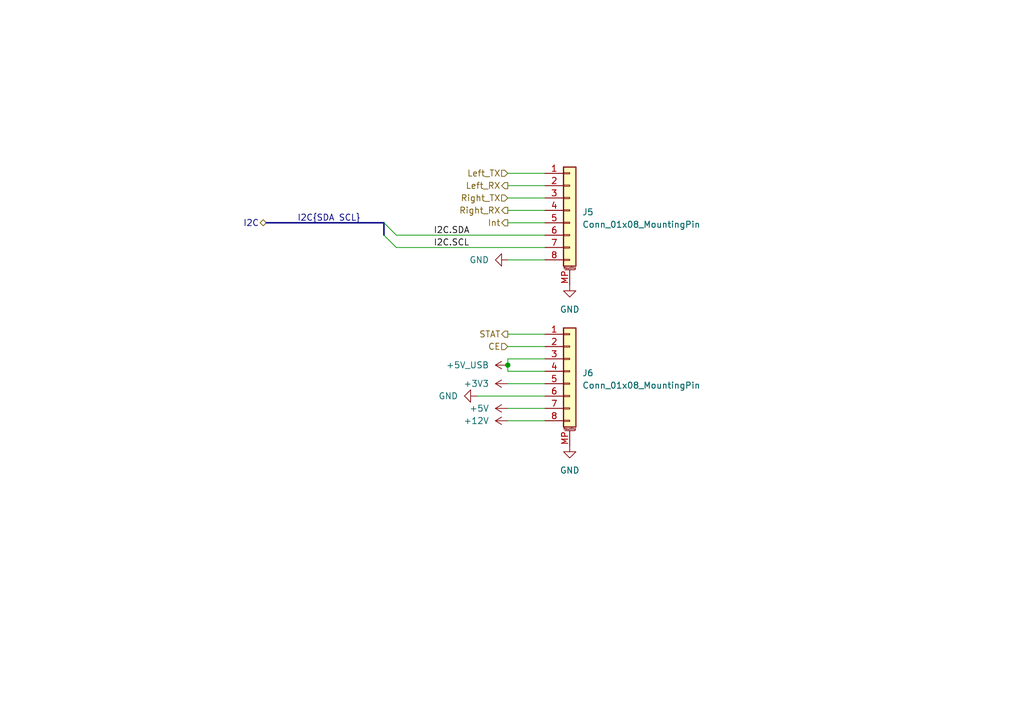
<source format=kicad_sch>
(kicad_sch (version 20250114) (generator "eeschema") (generator_version "9.0")
  (paper "A5")
  (lib_symbols
    (symbol "Connector_Generic_MountingPin:Conn_01x08_MountingPin" (pin_names (offset 1.016) (hide yes))
      (property "Reference" "J" (at 0 10.16 0))
      (property "Value" "Conn_01x08_MountingPin" (at 1.27 -12.7 0))
      (symbol "Conn_01x08_MountingPin_1_1"
        (rectangle (start -1.27 8.89) (end 1.27 -11.43) (stroke (width 0.254)) (fill (type background)))
        (rectangle (start -1.27 7.747) (end 0 7.493) (stroke (width 0.1524)))
        (rectangle (start -1.27 5.207) (end 0 4.953) (stroke (width 0.1524)))
        (rectangle (start -1.27 2.667) (end 0 2.413) (stroke (width 0.1524)))
        (rectangle (start -1.27 0.127) (end 0 -0.127) (stroke (width 0.1524)))
        (rectangle (start -1.27 -2.413) (end 0 -2.667) (stroke (width 0.1524)))
        (rectangle (start -1.27 -4.953) (end 0 -5.207) (stroke (width 0.1524)))
        (rectangle (start -1.27 -7.493) (end 0 -7.747) (stroke (width 0.1524)))
        (rectangle (start -1.27 -10.033) (end 0 -10.287) (stroke (width 0.1524)))
        (polyline (pts (xy -1.016 -12.192) (xy 1.016 -12.192)) (stroke (width 0.1524)))
        (text "Mounting" (at 0 -11.811 0) (effects (font (size 0.381 0.381))))
        (pin passive line (at -5.08 7.62 0) (length 3.81) (name "Pin_1") (number "1"))
        (pin passive line (at -5.08 5.08 0) (length 3.81) (name "Pin_2") (number "2"))
        (pin passive line (at -5.08 2.54 0) (length 3.81) (name "Pin_3") (number "3"))
        (pin passive line (at -5.08 0 0) (length 3.81) (name "Pin_4") (number "4"))
        (pin passive line (at -5.08 -2.54 0) (length 3.81) (name "Pin_5") (number "5"))
        (pin passive line (at -5.08 -5.08 0) (length 3.81) (name "Pin_6") (number "6"))
        (pin passive line (at -5.08 -7.62 0) (length 3.81) (name "Pin_7") (number "7"))
        (pin passive line (at -5.08 -10.16 0) (length 3.81) (name "Pin_8") (number "8"))
        (pin passive line (at 0 -15.24 90) (length 3.048) (name "MountPin") (number "MP"))
      )
    )
    (symbol "power:+12V" (power) (pin_numbers (hide yes)) (pin_names (offset 0) (hide yes))
      (property "Value" "+12V" (at 0 3.556 0))
      (symbol "+12V_0_1"
        (polyline (pts (xy -0.762 1.27) (xy 0 2.54)))
        (polyline (pts (xy 0 2.54) (xy 0.762 1.27)))
        (polyline (pts (xy 0 0) (xy 0 2.54)))
      )
      (symbol "+12V_1_1"
        (pin power_in line (at 0 0 90) (length 0) (name "~") (number "1"))
      )
    )
    (symbol "power:+3V3" (power) (pin_numbers (hide yes)) (pin_names (offset 0) (hide yes))
      (property "Value" "+3V3" (at 0 3.556 0))
      (symbol "+3V3_0_1"
        (polyline (pts (xy -0.762 1.27) (xy 0 2.54)))
        (polyline (pts (xy 0 2.54) (xy 0.762 1.27)))
        (polyline (pts (xy 0 0) (xy 0 2.54)))
      )
      (symbol "+3V3_1_1"
        (pin power_in line (at 0 0 90) (length 0) (name "~") (number "1"))
      )
    )
    (symbol "power:+5V" (power) (pin_numbers (hide yes)) (pin_names (offset 0) (hide yes))
      (property "Value" "+5V" (at 0 3.556 0))
      (symbol "+5V_0_1"
        (polyline (pts (xy -0.762 1.27) (xy 0 2.54)))
        (polyline (pts (xy 0 2.54) (xy 0.762 1.27)))
        (polyline (pts (xy 0 0) (xy 0 2.54)))
      )
      (symbol "+5V_1_1"
        (pin power_in line (at 0 0 90) (length 0) (name "~") (number "1"))
      )
    )
    (symbol "power:GND" (power) (pin_numbers (hide yes)) (pin_names (offset 0) (hide yes))
      (property "Value" "GND" (at 0 -3.81 0))
      (symbol "GND_0_1"
        (polyline (pts (xy 0 0) (xy 0 -1.27) (xy 1.27 -1.27) (xy 0 -2.54) (xy -1.27 -1.27) (xy 0 -1.27)))
      )
      (symbol "GND_1_1"
        (pin power_in line (at 0 0 270) (length 0) (name "~") (number "1"))
      )
    )
  )
  (junction (at 104.14 74.93))
  (bus_entry (at 78.74 45.72) (size 2.54 2.54))
  (bus_entry (at 78.74 48.26) (size 2.54 2.54))
  (wire (pts (xy 81.28 50.8) (xy 111.76 50.8)))
  (wire (pts (xy 104.14 83.82) (xy 111.76 83.82)))
  (wire (pts (xy 104.14 53.34) (xy 111.76 53.34)))
  (wire (pts (xy 104.14 38.1) (xy 111.76 38.1)))
  (wire (pts (xy 104.14 68.58) (xy 111.76 68.58)))
  (wire (pts (xy 104.14 73.66) (xy 104.14 74.93)))
  (wire (pts (xy 104.14 73.66) (xy 111.76 73.66)))
  (wire (pts (xy 97.79 81.28) (xy 111.76 81.28)))
  (wire (pts (xy 104.14 78.74) (xy 111.76 78.74)))
  (bus (pts (xy 78.74 45.72) (xy 78.74 48.26)))
  (wire (pts (xy 104.14 45.72) (xy 111.76 45.72)))
  (bus (pts (xy 54.61 45.72) (xy 78.74 45.72)))
  (wire (pts (xy 81.28 48.26) (xy 111.76 48.26)))
  (wire (pts (xy 104.14 74.93) (xy 104.14 76.2)))
  (wire (pts (xy 104.14 76.2) (xy 111.76 76.2)))
  (wire (pts (xy 104.14 40.64) (xy 111.76 40.64)))
  (wire (pts (xy 104.14 35.56) (xy 111.76 35.56)))
  (wire (pts (xy 104.14 86.36) (xy 111.76 86.36)))
  (wire (pts (xy 104.14 43.18) (xy 111.76 43.18)))
  (wire (pts (xy 104.14 71.12) (xy 111.76 71.12)))
  (label "I2C.SCL" (at 88.9 50.8 0))
  (label "I2C{SDA SCL}" (at 60.96 45.72 0))
  (label "I2C.SDA" (at 88.9 48.26 0))
  (hierarchical_label "CE" (shape input) (at 104.14 71.12 180))
  (hierarchical_label "I2C" (shape bidirectional) (at 54.61 45.72 180))
  (hierarchical_label "Right_RX" (shape output) (at 104.14 43.18 180))
  (hierarchical_label "STAT" (shape output) (at 104.14 68.58 180))
  (hierarchical_label "Left_RX" (shape output) (at 104.14 38.1 180))
  (hierarchical_label "Left_TX" (shape input) (at 104.14 35.56 180))
  (hierarchical_label "Right_TX" (shape input) (at 104.14 40.64 180))
  (hierarchical_label "Int" (shape output) (at 104.14 45.72 180))
  (symbol (lib_id "power:GND") (at 116.84 91.44 0) (unit 1)
    (property "Reference" "#PWR041" (effects (hide yes)))
    (property "Value" "GND" (at 116.84 96.52 0))
    (property "Description" "Power symbol creates a global label with name \"GND\" , ground" (effects (hide yes)))
  )
  (symbol (lib_id "power:GND") (at 116.84 58.42 0) (unit 1)
    (property "Reference" "#PWR035" (effects (hide yes)))
    (property "Value" "GND" (at 116.84 63.5 0))
    (property "Description" "Power symbol creates a global label with name \"GND\" , ground" (effects (hide yes)))
  )
  (symbol (lib_id "power:+3V3") (at 104.14 78.74 90) (unit 1)
    (property "Reference" "#PWR039" (effects (hide yes)))
    (property "Value" "+3V3" (at 100.33 78.7399 90) (effects (justify left)))
    (property "Description" "Power symbol creates a global label with name \"+3V3\"" (effects (hide yes)))
  )
  (symbol (lib_id "Connector_Generic_MountingPin:Conn_01x08_MountingPin") (at 116.84 76.2 0) (unit 1)
    (property "Reference" "J6" (at 119.38 76.5555 0) (effects (justify left)))
    (property "Value" "Conn_01x08_MountingPin" (at 119.38 79.0955 0) (effects (justify left)))
    (property "Footprint" "Connector_JST:JST_SH_SM08B-SRSS-TB_1x08-1MP_P1.00mm_Horizontal" (effects (hide yes)))
    (property "Description" "Generic connectable mounting pin connector, single row, 01x08, script generated (kicad-library-utils/schlib/autogen/connector/)" (effects (hide yes)))
  )
  (symbol (lib_id "power:+12V") (at 104.14 86.36 90) (unit 1)
    (property "Reference" "#PWR037" (effects (hide yes)))
    (property "Value" "+12V" (at 100.33 86.3599 90) (effects (justify left)))
    (property "Description" "Power symbol creates a global label with name \"+12V\"" (effects (hide yes)))
  )
  (symbol (lib_id "power:+5V") (at 104.14 74.93 90) (unit 1)
    (property "Reference" "#PWR046" (effects (hide yes)))
    (property "Value" "+5V_USB" (at 100.33 74.9299 90) (effects (justify left)))
    (property "Description" "Power symbol creates a global label with name \"+5V\"" (effects (hide yes)))
  )
  (symbol (lib_id "power:+5V") (at 104.14 83.82 90) (unit 1)
    (property "Reference" "#PWR038" (effects (hide yes)))
    (property "Value" "+5V" (at 100.33 83.8199 90) (effects (justify left)))
    (property "Description" "Power symbol creates a global label with name \"+5V\"" (effects (hide yes)))
  )
  (symbol (lib_id "power:GND") (at 104.14 53.34 270) (unit 1)
    (property "Reference" "#PWR036" (effects (hide yes)))
    (property "Value" "GND" (at 100.33 53.3399 90) (effects (justify right)))
    (property "Description" "Power symbol creates a global label with name \"GND\" , ground" (effects (hide yes)))
  )
  (symbol (lib_id "Connector_Generic_MountingPin:Conn_01x08_MountingPin") (at 116.84 43.18 0) (unit 1)
    (property "Reference" "J5" (at 119.38 43.5355 0) (effects (justify left)))
    (property "Value" "Conn_01x08_MountingPin" (at 119.38 46.0755 0) (effects (justify left)))
    (property "Footprint" "Connector_JST:JST_SH_SM08B-SRSS-TB_1x08-1MP_P1.00mm_Horizontal" (effects (hide yes)))
    (property "Description" "Generic connectable mounting pin connector, single row, 01x08, script generated (kicad-library-utils/schlib/autogen/connector/)" (effects (hide yes)))
  )
  (symbol (lib_id "power:GND") (at 97.79 81.28 270) (unit 1)
    (property "Reference" "#PWR040" (effects (hide yes)))
    (property "Value" "GND" (at 93.98 81.2799 90) (effects (justify right)))
    (property "Description" "Power symbol creates a global label with name \"GND\" , ground" (effects (hide yes)))
  )
)
</source>
